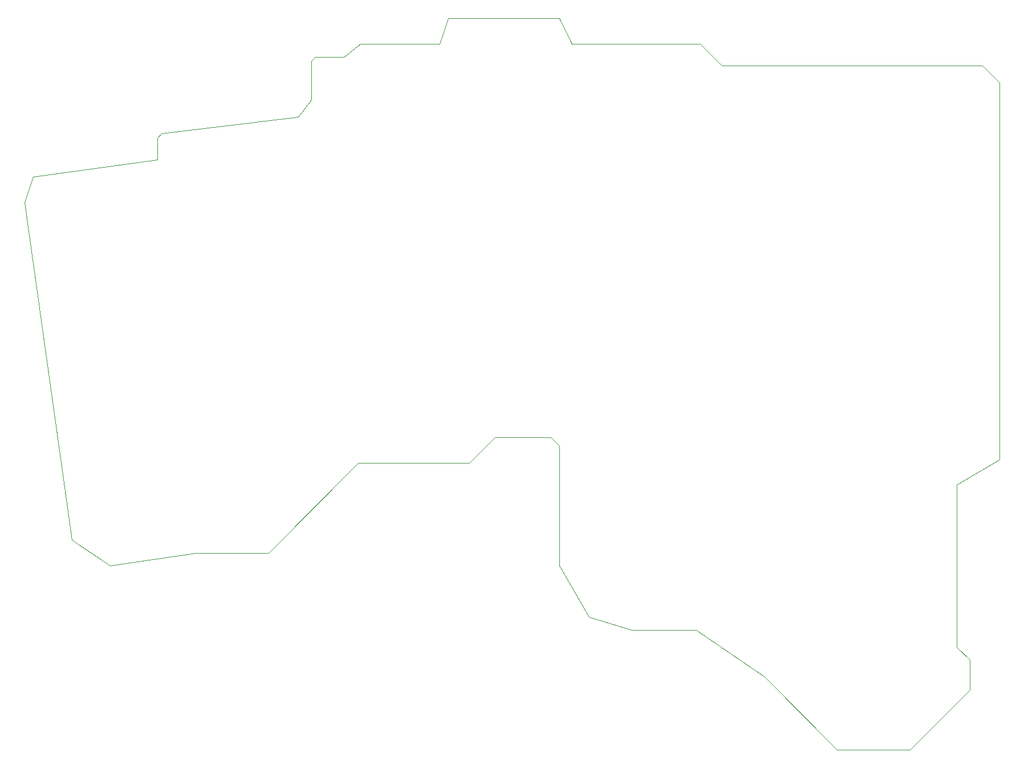
<source format=gko>
%TF.GenerationSoftware,KiCad,Pcbnew,9.0.4*%
%TF.CreationDate,2025-09-06T18:01:24-05:00*%
%TF.ProjectId,esp32_s3_port,65737033-325f-4733-935f-706f72742e6b,rev?*%
%TF.SameCoordinates,Original*%
%TF.FileFunction,Profile,NP*%
%FSLAX46Y46*%
G04 Gerber Fmt 4.6, Leading zero omitted, Abs format (unit mm)*
G04 Created by KiCad (PCBNEW 9.0.4) date 2025-09-06 18:01:24*
%MOMM*%
%LPD*%
G01*
G04 APERTURE LIST*
%TA.AperFunction,Profile*%
%ADD10C,0.050000*%
%TD*%
G04 APERTURE END LIST*
D10*
X49530000Y-109220000D02*
X36830000Y-111125000D01*
X144780000Y-138430000D02*
X133985000Y-127635000D01*
X86995000Y-29845000D02*
X103505000Y-29845000D01*
X162560000Y-123190000D02*
X162560000Y-99060000D01*
X43815000Y-50800000D02*
X43815000Y-47625000D01*
X164465000Y-125095000D02*
X162560000Y-123190000D01*
X103505000Y-93345000D02*
X102235000Y-92075000D01*
X25400000Y-53340000D02*
X43815000Y-50800000D01*
X164465000Y-129540000D02*
X164465000Y-125095000D01*
X24130000Y-57150000D02*
X25400000Y-53340000D01*
X105410000Y-33655000D02*
X124460000Y-33655000D01*
X67310000Y-35560000D02*
X71516834Y-35560000D01*
X90170000Y-95885000D02*
X73660000Y-95885000D01*
X85725000Y-33655000D02*
X86995000Y-29845000D01*
X168910000Y-39370000D02*
X168910000Y-95352526D01*
X124460000Y-33655000D02*
X127635000Y-36830000D01*
X49530000Y-109220000D02*
X60325000Y-109220000D01*
X66675000Y-41910000D02*
X66675000Y-36195000D01*
X103505000Y-111125000D02*
X103505000Y-93345000D01*
X147955000Y-138430000D02*
X144780000Y-138430000D01*
X155575000Y-138430000D02*
X147955000Y-138430000D01*
X133985000Y-127635000D02*
X123825000Y-120650000D01*
X107950000Y-118745000D02*
X103505000Y-111125000D01*
X166370000Y-36830000D02*
X168910000Y-39370000D01*
X114300000Y-120650000D02*
X107950000Y-118745000D01*
X162560000Y-99060000D02*
X168910000Y-95352526D01*
X43815000Y-47625000D02*
X44450000Y-46912893D01*
X66675000Y-36195000D02*
X67310000Y-35560000D01*
X102235000Y-92075000D02*
X93980000Y-92075000D01*
X73660000Y-95885000D02*
X60325000Y-109220000D01*
X123825000Y-120650000D02*
X114300000Y-120650000D01*
X164465000Y-129540000D02*
X155575000Y-138430000D01*
X36830000Y-111125000D02*
X31115000Y-107315000D01*
X103505000Y-29845000D02*
X105410000Y-33655000D01*
X71516834Y-35560000D02*
X73977500Y-33655000D01*
X31115000Y-107315000D02*
X24130000Y-57150000D01*
X93980000Y-92075000D02*
X90170000Y-95885000D01*
X166370000Y-36830000D02*
X127635000Y-36830000D01*
X64732647Y-44450000D02*
X66675000Y-41910000D01*
X73977500Y-33655000D02*
X85725000Y-33655000D01*
X64732647Y-44450000D02*
X44450000Y-46912893D01*
M02*

</source>
